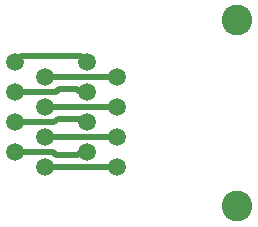
<source format=gbl>
G04 #@! TF.FileFunction,Copper,L2,Bot,Signal*
%FSLAX46Y46*%
G04 Gerber Fmt 4.6, Leading zero omitted, Abs format (unit mm)*
G04 Created by KiCad (PCBNEW 4.0.7) date 04/08/19 09:55:11*
%MOMM*%
%LPD*%
G01*
G04 APERTURE LIST*
%ADD10C,0.100000*%
%ADD11C,1.500000*%
%ADD12C,2.600000*%
%ADD13C,0.500000*%
G04 APERTURE END LIST*
D10*
D11*
X101346000Y-153797000D03*
X101346000Y-156337000D03*
X101346000Y-158877000D03*
X101346000Y-161417000D03*
X98806000Y-152527000D03*
X98806000Y-155067000D03*
X98806000Y-157607000D03*
X98806000Y-160147000D03*
D12*
X111506000Y-164719000D03*
X111506000Y-148971000D03*
D11*
X95250000Y-153797000D03*
X95250000Y-156337000D03*
X95250000Y-158877000D03*
X95250000Y-161417000D03*
X92710000Y-152527000D03*
X92710000Y-155067000D03*
X92710000Y-157607000D03*
X92710000Y-160147000D03*
D13*
X101346000Y-153797000D02*
X95250000Y-153797000D01*
X95250000Y-156337000D02*
X101346000Y-156337000D01*
X101346000Y-158877000D02*
X95250000Y-158877000D01*
X95250000Y-161417000D02*
X101346000Y-161417000D01*
X98806000Y-152527000D02*
X98806000Y-152501600D01*
X98806000Y-152501600D02*
X98323400Y-152019000D01*
X98323400Y-152019000D02*
X93218000Y-152019000D01*
X93218000Y-152019000D02*
X92710000Y-152527000D01*
X98806000Y-155067000D02*
X98171000Y-155067000D01*
X98171000Y-155067000D02*
X97917000Y-154813000D01*
X96164400Y-155067000D02*
X92710000Y-155067000D01*
X96418400Y-154813000D02*
X96164400Y-155067000D01*
X97917000Y-154813000D02*
X96418400Y-154813000D01*
X98806000Y-157607000D02*
X98425000Y-157607000D01*
X98425000Y-157607000D02*
X98120200Y-157302200D01*
X96037400Y-157607000D02*
X92710000Y-157607000D01*
X96342200Y-157302200D02*
X96037400Y-157607000D01*
X98120200Y-157302200D02*
X96342200Y-157302200D01*
X98806000Y-160147000D02*
X98323400Y-160147000D01*
X98323400Y-160147000D02*
X98069400Y-160401000D01*
X95910400Y-160147000D02*
X92710000Y-160147000D01*
X96164400Y-160401000D02*
X95910400Y-160147000D01*
X98069400Y-160401000D02*
X96164400Y-160401000D01*
M02*

</source>
